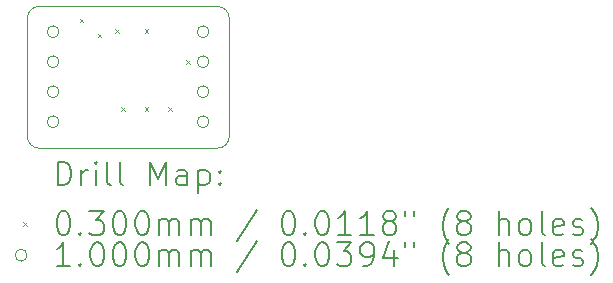
<source format=gbr>
%TF.GenerationSoftware,KiCad,Pcbnew,9.0.4*%
%TF.CreationDate,2025-12-22T00:48:52-05:00*%
%TF.ProjectId,AD5626BRMZ-kent,41443536-3236-4425-924d-5a2d6b656e74,rev?*%
%TF.SameCoordinates,Original*%
%TF.FileFunction,Drillmap*%
%TF.FilePolarity,Positive*%
%FSLAX45Y45*%
G04 Gerber Fmt 4.5, Leading zero omitted, Abs format (unit mm)*
G04 Created by KiCad (PCBNEW 9.0.4) date 2025-12-22 00:48:52*
%MOMM*%
%LPD*%
G01*
G04 APERTURE LIST*
%ADD10C,0.050000*%
%ADD11C,0.200000*%
%ADD12C,0.100000*%
G04 APERTURE END LIST*
D10*
X14700000Y-10030000D02*
G75*
G02*
X14600000Y-10130000I-100000J0D01*
G01*
X12990000Y-10030000D02*
X12990000Y-9030000D01*
X13090000Y-8930000D02*
X14600000Y-8930000D01*
X12990000Y-9030000D02*
G75*
G02*
X13090000Y-8930000I100000J0D01*
G01*
X14700000Y-9030000D02*
X14700000Y-10030000D01*
X14600000Y-8930000D02*
G75*
G02*
X14700000Y-9030000I0J-100000D01*
G01*
X13090000Y-10130000D02*
G75*
G02*
X12990000Y-10030000I0J100000D01*
G01*
X14600000Y-10130000D02*
X13090000Y-10130000D01*
D11*
D12*
X13435000Y-9035000D02*
X13465000Y-9065000D01*
X13465000Y-9035000D02*
X13435000Y-9065000D01*
X13585000Y-9160000D02*
X13615000Y-9190000D01*
X13615000Y-9160000D02*
X13585000Y-9190000D01*
X13735000Y-9125000D02*
X13765000Y-9155000D01*
X13765000Y-9125000D02*
X13735000Y-9155000D01*
X13785000Y-9785000D02*
X13815000Y-9815000D01*
X13815000Y-9785000D02*
X13785000Y-9815000D01*
X13985000Y-9125000D02*
X14015000Y-9155000D01*
X14015000Y-9125000D02*
X13985000Y-9155000D01*
X13985000Y-9785000D02*
X14015000Y-9815000D01*
X14015000Y-9785000D02*
X13985000Y-9815000D01*
X14185000Y-9785000D02*
X14215000Y-9815000D01*
X14215000Y-9785000D02*
X14185000Y-9815000D01*
X14335000Y-9385000D02*
X14365000Y-9415000D01*
X14365000Y-9385000D02*
X14335000Y-9415000D01*
X13258000Y-9144000D02*
G75*
G02*
X13158000Y-9144000I-50000J0D01*
G01*
X13158000Y-9144000D02*
G75*
G02*
X13258000Y-9144000I50000J0D01*
G01*
X13258000Y-9398000D02*
G75*
G02*
X13158000Y-9398000I-50000J0D01*
G01*
X13158000Y-9398000D02*
G75*
G02*
X13258000Y-9398000I50000J0D01*
G01*
X13258000Y-9652000D02*
G75*
G02*
X13158000Y-9652000I-50000J0D01*
G01*
X13158000Y-9652000D02*
G75*
G02*
X13258000Y-9652000I50000J0D01*
G01*
X13258000Y-9906000D02*
G75*
G02*
X13158000Y-9906000I-50000J0D01*
G01*
X13158000Y-9906000D02*
G75*
G02*
X13258000Y-9906000I50000J0D01*
G01*
X14528000Y-9144000D02*
G75*
G02*
X14428000Y-9144000I-50000J0D01*
G01*
X14428000Y-9144000D02*
G75*
G02*
X14528000Y-9144000I50000J0D01*
G01*
X14528000Y-9398000D02*
G75*
G02*
X14428000Y-9398000I-50000J0D01*
G01*
X14428000Y-9398000D02*
G75*
G02*
X14528000Y-9398000I50000J0D01*
G01*
X14528000Y-9652000D02*
G75*
G02*
X14428000Y-9652000I-50000J0D01*
G01*
X14428000Y-9652000D02*
G75*
G02*
X14528000Y-9652000I50000J0D01*
G01*
X14528000Y-9906000D02*
G75*
G02*
X14428000Y-9906000I-50000J0D01*
G01*
X14428000Y-9906000D02*
G75*
G02*
X14528000Y-9906000I50000J0D01*
G01*
D11*
X13248277Y-10443984D02*
X13248277Y-10243984D01*
X13248277Y-10243984D02*
X13295896Y-10243984D01*
X13295896Y-10243984D02*
X13324467Y-10253508D01*
X13324467Y-10253508D02*
X13343515Y-10272555D01*
X13343515Y-10272555D02*
X13353039Y-10291603D01*
X13353039Y-10291603D02*
X13362562Y-10329698D01*
X13362562Y-10329698D02*
X13362562Y-10358270D01*
X13362562Y-10358270D02*
X13353039Y-10396365D01*
X13353039Y-10396365D02*
X13343515Y-10415412D01*
X13343515Y-10415412D02*
X13324467Y-10434460D01*
X13324467Y-10434460D02*
X13295896Y-10443984D01*
X13295896Y-10443984D02*
X13248277Y-10443984D01*
X13448277Y-10443984D02*
X13448277Y-10310650D01*
X13448277Y-10348746D02*
X13457801Y-10329698D01*
X13457801Y-10329698D02*
X13467324Y-10320174D01*
X13467324Y-10320174D02*
X13486372Y-10310650D01*
X13486372Y-10310650D02*
X13505420Y-10310650D01*
X13572086Y-10443984D02*
X13572086Y-10310650D01*
X13572086Y-10243984D02*
X13562562Y-10253508D01*
X13562562Y-10253508D02*
X13572086Y-10263031D01*
X13572086Y-10263031D02*
X13581610Y-10253508D01*
X13581610Y-10253508D02*
X13572086Y-10243984D01*
X13572086Y-10243984D02*
X13572086Y-10263031D01*
X13695896Y-10443984D02*
X13676848Y-10434460D01*
X13676848Y-10434460D02*
X13667324Y-10415412D01*
X13667324Y-10415412D02*
X13667324Y-10243984D01*
X13800658Y-10443984D02*
X13781610Y-10434460D01*
X13781610Y-10434460D02*
X13772086Y-10415412D01*
X13772086Y-10415412D02*
X13772086Y-10243984D01*
X14029229Y-10443984D02*
X14029229Y-10243984D01*
X14029229Y-10243984D02*
X14095896Y-10386841D01*
X14095896Y-10386841D02*
X14162562Y-10243984D01*
X14162562Y-10243984D02*
X14162562Y-10443984D01*
X14343515Y-10443984D02*
X14343515Y-10339222D01*
X14343515Y-10339222D02*
X14333991Y-10320174D01*
X14333991Y-10320174D02*
X14314943Y-10310650D01*
X14314943Y-10310650D02*
X14276848Y-10310650D01*
X14276848Y-10310650D02*
X14257801Y-10320174D01*
X14343515Y-10434460D02*
X14324467Y-10443984D01*
X14324467Y-10443984D02*
X14276848Y-10443984D01*
X14276848Y-10443984D02*
X14257801Y-10434460D01*
X14257801Y-10434460D02*
X14248277Y-10415412D01*
X14248277Y-10415412D02*
X14248277Y-10396365D01*
X14248277Y-10396365D02*
X14257801Y-10377317D01*
X14257801Y-10377317D02*
X14276848Y-10367793D01*
X14276848Y-10367793D02*
X14324467Y-10367793D01*
X14324467Y-10367793D02*
X14343515Y-10358270D01*
X14438753Y-10310650D02*
X14438753Y-10510650D01*
X14438753Y-10320174D02*
X14457801Y-10310650D01*
X14457801Y-10310650D02*
X14495896Y-10310650D01*
X14495896Y-10310650D02*
X14514943Y-10320174D01*
X14514943Y-10320174D02*
X14524467Y-10329698D01*
X14524467Y-10329698D02*
X14533991Y-10348746D01*
X14533991Y-10348746D02*
X14533991Y-10405889D01*
X14533991Y-10405889D02*
X14524467Y-10424936D01*
X14524467Y-10424936D02*
X14514943Y-10434460D01*
X14514943Y-10434460D02*
X14495896Y-10443984D01*
X14495896Y-10443984D02*
X14457801Y-10443984D01*
X14457801Y-10443984D02*
X14438753Y-10434460D01*
X14619705Y-10424936D02*
X14629229Y-10434460D01*
X14629229Y-10434460D02*
X14619705Y-10443984D01*
X14619705Y-10443984D02*
X14610182Y-10434460D01*
X14610182Y-10434460D02*
X14619705Y-10424936D01*
X14619705Y-10424936D02*
X14619705Y-10443984D01*
X14619705Y-10320174D02*
X14629229Y-10329698D01*
X14629229Y-10329698D02*
X14619705Y-10339222D01*
X14619705Y-10339222D02*
X14610182Y-10329698D01*
X14610182Y-10329698D02*
X14619705Y-10320174D01*
X14619705Y-10320174D02*
X14619705Y-10339222D01*
D12*
X12957500Y-10757500D02*
X12987500Y-10787500D01*
X12987500Y-10757500D02*
X12957500Y-10787500D01*
D11*
X13286372Y-10663984D02*
X13305420Y-10663984D01*
X13305420Y-10663984D02*
X13324467Y-10673508D01*
X13324467Y-10673508D02*
X13333991Y-10683031D01*
X13333991Y-10683031D02*
X13343515Y-10702079D01*
X13343515Y-10702079D02*
X13353039Y-10740174D01*
X13353039Y-10740174D02*
X13353039Y-10787793D01*
X13353039Y-10787793D02*
X13343515Y-10825889D01*
X13343515Y-10825889D02*
X13333991Y-10844936D01*
X13333991Y-10844936D02*
X13324467Y-10854460D01*
X13324467Y-10854460D02*
X13305420Y-10863984D01*
X13305420Y-10863984D02*
X13286372Y-10863984D01*
X13286372Y-10863984D02*
X13267324Y-10854460D01*
X13267324Y-10854460D02*
X13257801Y-10844936D01*
X13257801Y-10844936D02*
X13248277Y-10825889D01*
X13248277Y-10825889D02*
X13238753Y-10787793D01*
X13238753Y-10787793D02*
X13238753Y-10740174D01*
X13238753Y-10740174D02*
X13248277Y-10702079D01*
X13248277Y-10702079D02*
X13257801Y-10683031D01*
X13257801Y-10683031D02*
X13267324Y-10673508D01*
X13267324Y-10673508D02*
X13286372Y-10663984D01*
X13438753Y-10844936D02*
X13448277Y-10854460D01*
X13448277Y-10854460D02*
X13438753Y-10863984D01*
X13438753Y-10863984D02*
X13429229Y-10854460D01*
X13429229Y-10854460D02*
X13438753Y-10844936D01*
X13438753Y-10844936D02*
X13438753Y-10863984D01*
X13514943Y-10663984D02*
X13638753Y-10663984D01*
X13638753Y-10663984D02*
X13572086Y-10740174D01*
X13572086Y-10740174D02*
X13600658Y-10740174D01*
X13600658Y-10740174D02*
X13619705Y-10749698D01*
X13619705Y-10749698D02*
X13629229Y-10759222D01*
X13629229Y-10759222D02*
X13638753Y-10778270D01*
X13638753Y-10778270D02*
X13638753Y-10825889D01*
X13638753Y-10825889D02*
X13629229Y-10844936D01*
X13629229Y-10844936D02*
X13619705Y-10854460D01*
X13619705Y-10854460D02*
X13600658Y-10863984D01*
X13600658Y-10863984D02*
X13543515Y-10863984D01*
X13543515Y-10863984D02*
X13524467Y-10854460D01*
X13524467Y-10854460D02*
X13514943Y-10844936D01*
X13762562Y-10663984D02*
X13781610Y-10663984D01*
X13781610Y-10663984D02*
X13800658Y-10673508D01*
X13800658Y-10673508D02*
X13810182Y-10683031D01*
X13810182Y-10683031D02*
X13819705Y-10702079D01*
X13819705Y-10702079D02*
X13829229Y-10740174D01*
X13829229Y-10740174D02*
X13829229Y-10787793D01*
X13829229Y-10787793D02*
X13819705Y-10825889D01*
X13819705Y-10825889D02*
X13810182Y-10844936D01*
X13810182Y-10844936D02*
X13800658Y-10854460D01*
X13800658Y-10854460D02*
X13781610Y-10863984D01*
X13781610Y-10863984D02*
X13762562Y-10863984D01*
X13762562Y-10863984D02*
X13743515Y-10854460D01*
X13743515Y-10854460D02*
X13733991Y-10844936D01*
X13733991Y-10844936D02*
X13724467Y-10825889D01*
X13724467Y-10825889D02*
X13714943Y-10787793D01*
X13714943Y-10787793D02*
X13714943Y-10740174D01*
X13714943Y-10740174D02*
X13724467Y-10702079D01*
X13724467Y-10702079D02*
X13733991Y-10683031D01*
X13733991Y-10683031D02*
X13743515Y-10673508D01*
X13743515Y-10673508D02*
X13762562Y-10663984D01*
X13953039Y-10663984D02*
X13972086Y-10663984D01*
X13972086Y-10663984D02*
X13991134Y-10673508D01*
X13991134Y-10673508D02*
X14000658Y-10683031D01*
X14000658Y-10683031D02*
X14010182Y-10702079D01*
X14010182Y-10702079D02*
X14019705Y-10740174D01*
X14019705Y-10740174D02*
X14019705Y-10787793D01*
X14019705Y-10787793D02*
X14010182Y-10825889D01*
X14010182Y-10825889D02*
X14000658Y-10844936D01*
X14000658Y-10844936D02*
X13991134Y-10854460D01*
X13991134Y-10854460D02*
X13972086Y-10863984D01*
X13972086Y-10863984D02*
X13953039Y-10863984D01*
X13953039Y-10863984D02*
X13933991Y-10854460D01*
X13933991Y-10854460D02*
X13924467Y-10844936D01*
X13924467Y-10844936D02*
X13914943Y-10825889D01*
X13914943Y-10825889D02*
X13905420Y-10787793D01*
X13905420Y-10787793D02*
X13905420Y-10740174D01*
X13905420Y-10740174D02*
X13914943Y-10702079D01*
X13914943Y-10702079D02*
X13924467Y-10683031D01*
X13924467Y-10683031D02*
X13933991Y-10673508D01*
X13933991Y-10673508D02*
X13953039Y-10663984D01*
X14105420Y-10863984D02*
X14105420Y-10730650D01*
X14105420Y-10749698D02*
X14114943Y-10740174D01*
X14114943Y-10740174D02*
X14133991Y-10730650D01*
X14133991Y-10730650D02*
X14162563Y-10730650D01*
X14162563Y-10730650D02*
X14181610Y-10740174D01*
X14181610Y-10740174D02*
X14191134Y-10759222D01*
X14191134Y-10759222D02*
X14191134Y-10863984D01*
X14191134Y-10759222D02*
X14200658Y-10740174D01*
X14200658Y-10740174D02*
X14219705Y-10730650D01*
X14219705Y-10730650D02*
X14248277Y-10730650D01*
X14248277Y-10730650D02*
X14267324Y-10740174D01*
X14267324Y-10740174D02*
X14276848Y-10759222D01*
X14276848Y-10759222D02*
X14276848Y-10863984D01*
X14372086Y-10863984D02*
X14372086Y-10730650D01*
X14372086Y-10749698D02*
X14381610Y-10740174D01*
X14381610Y-10740174D02*
X14400658Y-10730650D01*
X14400658Y-10730650D02*
X14429229Y-10730650D01*
X14429229Y-10730650D02*
X14448277Y-10740174D01*
X14448277Y-10740174D02*
X14457801Y-10759222D01*
X14457801Y-10759222D02*
X14457801Y-10863984D01*
X14457801Y-10759222D02*
X14467324Y-10740174D01*
X14467324Y-10740174D02*
X14486372Y-10730650D01*
X14486372Y-10730650D02*
X14514943Y-10730650D01*
X14514943Y-10730650D02*
X14533991Y-10740174D01*
X14533991Y-10740174D02*
X14543515Y-10759222D01*
X14543515Y-10759222D02*
X14543515Y-10863984D01*
X14933991Y-10654460D02*
X14762563Y-10911603D01*
X15191134Y-10663984D02*
X15210182Y-10663984D01*
X15210182Y-10663984D02*
X15229229Y-10673508D01*
X15229229Y-10673508D02*
X15238753Y-10683031D01*
X15238753Y-10683031D02*
X15248277Y-10702079D01*
X15248277Y-10702079D02*
X15257801Y-10740174D01*
X15257801Y-10740174D02*
X15257801Y-10787793D01*
X15257801Y-10787793D02*
X15248277Y-10825889D01*
X15248277Y-10825889D02*
X15238753Y-10844936D01*
X15238753Y-10844936D02*
X15229229Y-10854460D01*
X15229229Y-10854460D02*
X15210182Y-10863984D01*
X15210182Y-10863984D02*
X15191134Y-10863984D01*
X15191134Y-10863984D02*
X15172086Y-10854460D01*
X15172086Y-10854460D02*
X15162563Y-10844936D01*
X15162563Y-10844936D02*
X15153039Y-10825889D01*
X15153039Y-10825889D02*
X15143515Y-10787793D01*
X15143515Y-10787793D02*
X15143515Y-10740174D01*
X15143515Y-10740174D02*
X15153039Y-10702079D01*
X15153039Y-10702079D02*
X15162563Y-10683031D01*
X15162563Y-10683031D02*
X15172086Y-10673508D01*
X15172086Y-10673508D02*
X15191134Y-10663984D01*
X15343515Y-10844936D02*
X15353039Y-10854460D01*
X15353039Y-10854460D02*
X15343515Y-10863984D01*
X15343515Y-10863984D02*
X15333991Y-10854460D01*
X15333991Y-10854460D02*
X15343515Y-10844936D01*
X15343515Y-10844936D02*
X15343515Y-10863984D01*
X15476848Y-10663984D02*
X15495896Y-10663984D01*
X15495896Y-10663984D02*
X15514944Y-10673508D01*
X15514944Y-10673508D02*
X15524467Y-10683031D01*
X15524467Y-10683031D02*
X15533991Y-10702079D01*
X15533991Y-10702079D02*
X15543515Y-10740174D01*
X15543515Y-10740174D02*
X15543515Y-10787793D01*
X15543515Y-10787793D02*
X15533991Y-10825889D01*
X15533991Y-10825889D02*
X15524467Y-10844936D01*
X15524467Y-10844936D02*
X15514944Y-10854460D01*
X15514944Y-10854460D02*
X15495896Y-10863984D01*
X15495896Y-10863984D02*
X15476848Y-10863984D01*
X15476848Y-10863984D02*
X15457801Y-10854460D01*
X15457801Y-10854460D02*
X15448277Y-10844936D01*
X15448277Y-10844936D02*
X15438753Y-10825889D01*
X15438753Y-10825889D02*
X15429229Y-10787793D01*
X15429229Y-10787793D02*
X15429229Y-10740174D01*
X15429229Y-10740174D02*
X15438753Y-10702079D01*
X15438753Y-10702079D02*
X15448277Y-10683031D01*
X15448277Y-10683031D02*
X15457801Y-10673508D01*
X15457801Y-10673508D02*
X15476848Y-10663984D01*
X15733991Y-10863984D02*
X15619706Y-10863984D01*
X15676848Y-10863984D02*
X15676848Y-10663984D01*
X15676848Y-10663984D02*
X15657801Y-10692555D01*
X15657801Y-10692555D02*
X15638753Y-10711603D01*
X15638753Y-10711603D02*
X15619706Y-10721127D01*
X15924467Y-10863984D02*
X15810182Y-10863984D01*
X15867325Y-10863984D02*
X15867325Y-10663984D01*
X15867325Y-10663984D02*
X15848277Y-10692555D01*
X15848277Y-10692555D02*
X15829229Y-10711603D01*
X15829229Y-10711603D02*
X15810182Y-10721127D01*
X16038753Y-10749698D02*
X16019706Y-10740174D01*
X16019706Y-10740174D02*
X16010182Y-10730650D01*
X16010182Y-10730650D02*
X16000658Y-10711603D01*
X16000658Y-10711603D02*
X16000658Y-10702079D01*
X16000658Y-10702079D02*
X16010182Y-10683031D01*
X16010182Y-10683031D02*
X16019706Y-10673508D01*
X16019706Y-10673508D02*
X16038753Y-10663984D01*
X16038753Y-10663984D02*
X16076848Y-10663984D01*
X16076848Y-10663984D02*
X16095896Y-10673508D01*
X16095896Y-10673508D02*
X16105420Y-10683031D01*
X16105420Y-10683031D02*
X16114944Y-10702079D01*
X16114944Y-10702079D02*
X16114944Y-10711603D01*
X16114944Y-10711603D02*
X16105420Y-10730650D01*
X16105420Y-10730650D02*
X16095896Y-10740174D01*
X16095896Y-10740174D02*
X16076848Y-10749698D01*
X16076848Y-10749698D02*
X16038753Y-10749698D01*
X16038753Y-10749698D02*
X16019706Y-10759222D01*
X16019706Y-10759222D02*
X16010182Y-10768746D01*
X16010182Y-10768746D02*
X16000658Y-10787793D01*
X16000658Y-10787793D02*
X16000658Y-10825889D01*
X16000658Y-10825889D02*
X16010182Y-10844936D01*
X16010182Y-10844936D02*
X16019706Y-10854460D01*
X16019706Y-10854460D02*
X16038753Y-10863984D01*
X16038753Y-10863984D02*
X16076848Y-10863984D01*
X16076848Y-10863984D02*
X16095896Y-10854460D01*
X16095896Y-10854460D02*
X16105420Y-10844936D01*
X16105420Y-10844936D02*
X16114944Y-10825889D01*
X16114944Y-10825889D02*
X16114944Y-10787793D01*
X16114944Y-10787793D02*
X16105420Y-10768746D01*
X16105420Y-10768746D02*
X16095896Y-10759222D01*
X16095896Y-10759222D02*
X16076848Y-10749698D01*
X16191134Y-10663984D02*
X16191134Y-10702079D01*
X16267325Y-10663984D02*
X16267325Y-10702079D01*
X16562563Y-10940174D02*
X16553039Y-10930650D01*
X16553039Y-10930650D02*
X16533991Y-10902079D01*
X16533991Y-10902079D02*
X16524468Y-10883031D01*
X16524468Y-10883031D02*
X16514944Y-10854460D01*
X16514944Y-10854460D02*
X16505420Y-10806841D01*
X16505420Y-10806841D02*
X16505420Y-10768746D01*
X16505420Y-10768746D02*
X16514944Y-10721127D01*
X16514944Y-10721127D02*
X16524468Y-10692555D01*
X16524468Y-10692555D02*
X16533991Y-10673508D01*
X16533991Y-10673508D02*
X16553039Y-10644936D01*
X16553039Y-10644936D02*
X16562563Y-10635412D01*
X16667325Y-10749698D02*
X16648277Y-10740174D01*
X16648277Y-10740174D02*
X16638753Y-10730650D01*
X16638753Y-10730650D02*
X16629229Y-10711603D01*
X16629229Y-10711603D02*
X16629229Y-10702079D01*
X16629229Y-10702079D02*
X16638753Y-10683031D01*
X16638753Y-10683031D02*
X16648277Y-10673508D01*
X16648277Y-10673508D02*
X16667325Y-10663984D01*
X16667325Y-10663984D02*
X16705420Y-10663984D01*
X16705420Y-10663984D02*
X16724468Y-10673508D01*
X16724468Y-10673508D02*
X16733991Y-10683031D01*
X16733991Y-10683031D02*
X16743515Y-10702079D01*
X16743515Y-10702079D02*
X16743515Y-10711603D01*
X16743515Y-10711603D02*
X16733991Y-10730650D01*
X16733991Y-10730650D02*
X16724468Y-10740174D01*
X16724468Y-10740174D02*
X16705420Y-10749698D01*
X16705420Y-10749698D02*
X16667325Y-10749698D01*
X16667325Y-10749698D02*
X16648277Y-10759222D01*
X16648277Y-10759222D02*
X16638753Y-10768746D01*
X16638753Y-10768746D02*
X16629229Y-10787793D01*
X16629229Y-10787793D02*
X16629229Y-10825889D01*
X16629229Y-10825889D02*
X16638753Y-10844936D01*
X16638753Y-10844936D02*
X16648277Y-10854460D01*
X16648277Y-10854460D02*
X16667325Y-10863984D01*
X16667325Y-10863984D02*
X16705420Y-10863984D01*
X16705420Y-10863984D02*
X16724468Y-10854460D01*
X16724468Y-10854460D02*
X16733991Y-10844936D01*
X16733991Y-10844936D02*
X16743515Y-10825889D01*
X16743515Y-10825889D02*
X16743515Y-10787793D01*
X16743515Y-10787793D02*
X16733991Y-10768746D01*
X16733991Y-10768746D02*
X16724468Y-10759222D01*
X16724468Y-10759222D02*
X16705420Y-10749698D01*
X16981611Y-10863984D02*
X16981611Y-10663984D01*
X17067325Y-10863984D02*
X17067325Y-10759222D01*
X17067325Y-10759222D02*
X17057801Y-10740174D01*
X17057801Y-10740174D02*
X17038753Y-10730650D01*
X17038753Y-10730650D02*
X17010182Y-10730650D01*
X17010182Y-10730650D02*
X16991134Y-10740174D01*
X16991134Y-10740174D02*
X16981611Y-10749698D01*
X17191134Y-10863984D02*
X17172087Y-10854460D01*
X17172087Y-10854460D02*
X17162563Y-10844936D01*
X17162563Y-10844936D02*
X17153039Y-10825889D01*
X17153039Y-10825889D02*
X17153039Y-10768746D01*
X17153039Y-10768746D02*
X17162563Y-10749698D01*
X17162563Y-10749698D02*
X17172087Y-10740174D01*
X17172087Y-10740174D02*
X17191134Y-10730650D01*
X17191134Y-10730650D02*
X17219706Y-10730650D01*
X17219706Y-10730650D02*
X17238753Y-10740174D01*
X17238753Y-10740174D02*
X17248277Y-10749698D01*
X17248277Y-10749698D02*
X17257801Y-10768746D01*
X17257801Y-10768746D02*
X17257801Y-10825889D01*
X17257801Y-10825889D02*
X17248277Y-10844936D01*
X17248277Y-10844936D02*
X17238753Y-10854460D01*
X17238753Y-10854460D02*
X17219706Y-10863984D01*
X17219706Y-10863984D02*
X17191134Y-10863984D01*
X17372087Y-10863984D02*
X17353039Y-10854460D01*
X17353039Y-10854460D02*
X17343515Y-10835412D01*
X17343515Y-10835412D02*
X17343515Y-10663984D01*
X17524468Y-10854460D02*
X17505420Y-10863984D01*
X17505420Y-10863984D02*
X17467325Y-10863984D01*
X17467325Y-10863984D02*
X17448277Y-10854460D01*
X17448277Y-10854460D02*
X17438753Y-10835412D01*
X17438753Y-10835412D02*
X17438753Y-10759222D01*
X17438753Y-10759222D02*
X17448277Y-10740174D01*
X17448277Y-10740174D02*
X17467325Y-10730650D01*
X17467325Y-10730650D02*
X17505420Y-10730650D01*
X17505420Y-10730650D02*
X17524468Y-10740174D01*
X17524468Y-10740174D02*
X17533992Y-10759222D01*
X17533992Y-10759222D02*
X17533992Y-10778270D01*
X17533992Y-10778270D02*
X17438753Y-10797317D01*
X17610182Y-10854460D02*
X17629230Y-10863984D01*
X17629230Y-10863984D02*
X17667325Y-10863984D01*
X17667325Y-10863984D02*
X17686373Y-10854460D01*
X17686373Y-10854460D02*
X17695896Y-10835412D01*
X17695896Y-10835412D02*
X17695896Y-10825889D01*
X17695896Y-10825889D02*
X17686373Y-10806841D01*
X17686373Y-10806841D02*
X17667325Y-10797317D01*
X17667325Y-10797317D02*
X17638753Y-10797317D01*
X17638753Y-10797317D02*
X17619706Y-10787793D01*
X17619706Y-10787793D02*
X17610182Y-10768746D01*
X17610182Y-10768746D02*
X17610182Y-10759222D01*
X17610182Y-10759222D02*
X17619706Y-10740174D01*
X17619706Y-10740174D02*
X17638753Y-10730650D01*
X17638753Y-10730650D02*
X17667325Y-10730650D01*
X17667325Y-10730650D02*
X17686373Y-10740174D01*
X17762563Y-10940174D02*
X17772087Y-10930650D01*
X17772087Y-10930650D02*
X17791134Y-10902079D01*
X17791134Y-10902079D02*
X17800658Y-10883031D01*
X17800658Y-10883031D02*
X17810182Y-10854460D01*
X17810182Y-10854460D02*
X17819706Y-10806841D01*
X17819706Y-10806841D02*
X17819706Y-10768746D01*
X17819706Y-10768746D02*
X17810182Y-10721127D01*
X17810182Y-10721127D02*
X17800658Y-10692555D01*
X17800658Y-10692555D02*
X17791134Y-10673508D01*
X17791134Y-10673508D02*
X17772087Y-10644936D01*
X17772087Y-10644936D02*
X17762563Y-10635412D01*
D12*
X12987500Y-11036500D02*
G75*
G02*
X12887500Y-11036500I-50000J0D01*
G01*
X12887500Y-11036500D02*
G75*
G02*
X12987500Y-11036500I50000J0D01*
G01*
D11*
X13353039Y-11127984D02*
X13238753Y-11127984D01*
X13295896Y-11127984D02*
X13295896Y-10927984D01*
X13295896Y-10927984D02*
X13276848Y-10956555D01*
X13276848Y-10956555D02*
X13257801Y-10975603D01*
X13257801Y-10975603D02*
X13238753Y-10985127D01*
X13438753Y-11108936D02*
X13448277Y-11118460D01*
X13448277Y-11118460D02*
X13438753Y-11127984D01*
X13438753Y-11127984D02*
X13429229Y-11118460D01*
X13429229Y-11118460D02*
X13438753Y-11108936D01*
X13438753Y-11108936D02*
X13438753Y-11127984D01*
X13572086Y-10927984D02*
X13591134Y-10927984D01*
X13591134Y-10927984D02*
X13610182Y-10937508D01*
X13610182Y-10937508D02*
X13619705Y-10947031D01*
X13619705Y-10947031D02*
X13629229Y-10966079D01*
X13629229Y-10966079D02*
X13638753Y-11004174D01*
X13638753Y-11004174D02*
X13638753Y-11051793D01*
X13638753Y-11051793D02*
X13629229Y-11089889D01*
X13629229Y-11089889D02*
X13619705Y-11108936D01*
X13619705Y-11108936D02*
X13610182Y-11118460D01*
X13610182Y-11118460D02*
X13591134Y-11127984D01*
X13591134Y-11127984D02*
X13572086Y-11127984D01*
X13572086Y-11127984D02*
X13553039Y-11118460D01*
X13553039Y-11118460D02*
X13543515Y-11108936D01*
X13543515Y-11108936D02*
X13533991Y-11089889D01*
X13533991Y-11089889D02*
X13524467Y-11051793D01*
X13524467Y-11051793D02*
X13524467Y-11004174D01*
X13524467Y-11004174D02*
X13533991Y-10966079D01*
X13533991Y-10966079D02*
X13543515Y-10947031D01*
X13543515Y-10947031D02*
X13553039Y-10937508D01*
X13553039Y-10937508D02*
X13572086Y-10927984D01*
X13762562Y-10927984D02*
X13781610Y-10927984D01*
X13781610Y-10927984D02*
X13800658Y-10937508D01*
X13800658Y-10937508D02*
X13810182Y-10947031D01*
X13810182Y-10947031D02*
X13819705Y-10966079D01*
X13819705Y-10966079D02*
X13829229Y-11004174D01*
X13829229Y-11004174D02*
X13829229Y-11051793D01*
X13829229Y-11051793D02*
X13819705Y-11089889D01*
X13819705Y-11089889D02*
X13810182Y-11108936D01*
X13810182Y-11108936D02*
X13800658Y-11118460D01*
X13800658Y-11118460D02*
X13781610Y-11127984D01*
X13781610Y-11127984D02*
X13762562Y-11127984D01*
X13762562Y-11127984D02*
X13743515Y-11118460D01*
X13743515Y-11118460D02*
X13733991Y-11108936D01*
X13733991Y-11108936D02*
X13724467Y-11089889D01*
X13724467Y-11089889D02*
X13714943Y-11051793D01*
X13714943Y-11051793D02*
X13714943Y-11004174D01*
X13714943Y-11004174D02*
X13724467Y-10966079D01*
X13724467Y-10966079D02*
X13733991Y-10947031D01*
X13733991Y-10947031D02*
X13743515Y-10937508D01*
X13743515Y-10937508D02*
X13762562Y-10927984D01*
X13953039Y-10927984D02*
X13972086Y-10927984D01*
X13972086Y-10927984D02*
X13991134Y-10937508D01*
X13991134Y-10937508D02*
X14000658Y-10947031D01*
X14000658Y-10947031D02*
X14010182Y-10966079D01*
X14010182Y-10966079D02*
X14019705Y-11004174D01*
X14019705Y-11004174D02*
X14019705Y-11051793D01*
X14019705Y-11051793D02*
X14010182Y-11089889D01*
X14010182Y-11089889D02*
X14000658Y-11108936D01*
X14000658Y-11108936D02*
X13991134Y-11118460D01*
X13991134Y-11118460D02*
X13972086Y-11127984D01*
X13972086Y-11127984D02*
X13953039Y-11127984D01*
X13953039Y-11127984D02*
X13933991Y-11118460D01*
X13933991Y-11118460D02*
X13924467Y-11108936D01*
X13924467Y-11108936D02*
X13914943Y-11089889D01*
X13914943Y-11089889D02*
X13905420Y-11051793D01*
X13905420Y-11051793D02*
X13905420Y-11004174D01*
X13905420Y-11004174D02*
X13914943Y-10966079D01*
X13914943Y-10966079D02*
X13924467Y-10947031D01*
X13924467Y-10947031D02*
X13933991Y-10937508D01*
X13933991Y-10937508D02*
X13953039Y-10927984D01*
X14105420Y-11127984D02*
X14105420Y-10994650D01*
X14105420Y-11013698D02*
X14114943Y-11004174D01*
X14114943Y-11004174D02*
X14133991Y-10994650D01*
X14133991Y-10994650D02*
X14162563Y-10994650D01*
X14162563Y-10994650D02*
X14181610Y-11004174D01*
X14181610Y-11004174D02*
X14191134Y-11023222D01*
X14191134Y-11023222D02*
X14191134Y-11127984D01*
X14191134Y-11023222D02*
X14200658Y-11004174D01*
X14200658Y-11004174D02*
X14219705Y-10994650D01*
X14219705Y-10994650D02*
X14248277Y-10994650D01*
X14248277Y-10994650D02*
X14267324Y-11004174D01*
X14267324Y-11004174D02*
X14276848Y-11023222D01*
X14276848Y-11023222D02*
X14276848Y-11127984D01*
X14372086Y-11127984D02*
X14372086Y-10994650D01*
X14372086Y-11013698D02*
X14381610Y-11004174D01*
X14381610Y-11004174D02*
X14400658Y-10994650D01*
X14400658Y-10994650D02*
X14429229Y-10994650D01*
X14429229Y-10994650D02*
X14448277Y-11004174D01*
X14448277Y-11004174D02*
X14457801Y-11023222D01*
X14457801Y-11023222D02*
X14457801Y-11127984D01*
X14457801Y-11023222D02*
X14467324Y-11004174D01*
X14467324Y-11004174D02*
X14486372Y-10994650D01*
X14486372Y-10994650D02*
X14514943Y-10994650D01*
X14514943Y-10994650D02*
X14533991Y-11004174D01*
X14533991Y-11004174D02*
X14543515Y-11023222D01*
X14543515Y-11023222D02*
X14543515Y-11127984D01*
X14933991Y-10918460D02*
X14762563Y-11175603D01*
X15191134Y-10927984D02*
X15210182Y-10927984D01*
X15210182Y-10927984D02*
X15229229Y-10937508D01*
X15229229Y-10937508D02*
X15238753Y-10947031D01*
X15238753Y-10947031D02*
X15248277Y-10966079D01*
X15248277Y-10966079D02*
X15257801Y-11004174D01*
X15257801Y-11004174D02*
X15257801Y-11051793D01*
X15257801Y-11051793D02*
X15248277Y-11089889D01*
X15248277Y-11089889D02*
X15238753Y-11108936D01*
X15238753Y-11108936D02*
X15229229Y-11118460D01*
X15229229Y-11118460D02*
X15210182Y-11127984D01*
X15210182Y-11127984D02*
X15191134Y-11127984D01*
X15191134Y-11127984D02*
X15172086Y-11118460D01*
X15172086Y-11118460D02*
X15162563Y-11108936D01*
X15162563Y-11108936D02*
X15153039Y-11089889D01*
X15153039Y-11089889D02*
X15143515Y-11051793D01*
X15143515Y-11051793D02*
X15143515Y-11004174D01*
X15143515Y-11004174D02*
X15153039Y-10966079D01*
X15153039Y-10966079D02*
X15162563Y-10947031D01*
X15162563Y-10947031D02*
X15172086Y-10937508D01*
X15172086Y-10937508D02*
X15191134Y-10927984D01*
X15343515Y-11108936D02*
X15353039Y-11118460D01*
X15353039Y-11118460D02*
X15343515Y-11127984D01*
X15343515Y-11127984D02*
X15333991Y-11118460D01*
X15333991Y-11118460D02*
X15343515Y-11108936D01*
X15343515Y-11108936D02*
X15343515Y-11127984D01*
X15476848Y-10927984D02*
X15495896Y-10927984D01*
X15495896Y-10927984D02*
X15514944Y-10937508D01*
X15514944Y-10937508D02*
X15524467Y-10947031D01*
X15524467Y-10947031D02*
X15533991Y-10966079D01*
X15533991Y-10966079D02*
X15543515Y-11004174D01*
X15543515Y-11004174D02*
X15543515Y-11051793D01*
X15543515Y-11051793D02*
X15533991Y-11089889D01*
X15533991Y-11089889D02*
X15524467Y-11108936D01*
X15524467Y-11108936D02*
X15514944Y-11118460D01*
X15514944Y-11118460D02*
X15495896Y-11127984D01*
X15495896Y-11127984D02*
X15476848Y-11127984D01*
X15476848Y-11127984D02*
X15457801Y-11118460D01*
X15457801Y-11118460D02*
X15448277Y-11108936D01*
X15448277Y-11108936D02*
X15438753Y-11089889D01*
X15438753Y-11089889D02*
X15429229Y-11051793D01*
X15429229Y-11051793D02*
X15429229Y-11004174D01*
X15429229Y-11004174D02*
X15438753Y-10966079D01*
X15438753Y-10966079D02*
X15448277Y-10947031D01*
X15448277Y-10947031D02*
X15457801Y-10937508D01*
X15457801Y-10937508D02*
X15476848Y-10927984D01*
X15610182Y-10927984D02*
X15733991Y-10927984D01*
X15733991Y-10927984D02*
X15667325Y-11004174D01*
X15667325Y-11004174D02*
X15695896Y-11004174D01*
X15695896Y-11004174D02*
X15714944Y-11013698D01*
X15714944Y-11013698D02*
X15724467Y-11023222D01*
X15724467Y-11023222D02*
X15733991Y-11042270D01*
X15733991Y-11042270D02*
X15733991Y-11089889D01*
X15733991Y-11089889D02*
X15724467Y-11108936D01*
X15724467Y-11108936D02*
X15714944Y-11118460D01*
X15714944Y-11118460D02*
X15695896Y-11127984D01*
X15695896Y-11127984D02*
X15638753Y-11127984D01*
X15638753Y-11127984D02*
X15619706Y-11118460D01*
X15619706Y-11118460D02*
X15610182Y-11108936D01*
X15829229Y-11127984D02*
X15867325Y-11127984D01*
X15867325Y-11127984D02*
X15886372Y-11118460D01*
X15886372Y-11118460D02*
X15895896Y-11108936D01*
X15895896Y-11108936D02*
X15914944Y-11080365D01*
X15914944Y-11080365D02*
X15924467Y-11042270D01*
X15924467Y-11042270D02*
X15924467Y-10966079D01*
X15924467Y-10966079D02*
X15914944Y-10947031D01*
X15914944Y-10947031D02*
X15905420Y-10937508D01*
X15905420Y-10937508D02*
X15886372Y-10927984D01*
X15886372Y-10927984D02*
X15848277Y-10927984D01*
X15848277Y-10927984D02*
X15829229Y-10937508D01*
X15829229Y-10937508D02*
X15819706Y-10947031D01*
X15819706Y-10947031D02*
X15810182Y-10966079D01*
X15810182Y-10966079D02*
X15810182Y-11013698D01*
X15810182Y-11013698D02*
X15819706Y-11032746D01*
X15819706Y-11032746D02*
X15829229Y-11042270D01*
X15829229Y-11042270D02*
X15848277Y-11051793D01*
X15848277Y-11051793D02*
X15886372Y-11051793D01*
X15886372Y-11051793D02*
X15905420Y-11042270D01*
X15905420Y-11042270D02*
X15914944Y-11032746D01*
X15914944Y-11032746D02*
X15924467Y-11013698D01*
X16095896Y-10994650D02*
X16095896Y-11127984D01*
X16048277Y-10918460D02*
X16000658Y-11061317D01*
X16000658Y-11061317D02*
X16124467Y-11061317D01*
X16191134Y-10927984D02*
X16191134Y-10966079D01*
X16267325Y-10927984D02*
X16267325Y-10966079D01*
X16562563Y-11204174D02*
X16553039Y-11194650D01*
X16553039Y-11194650D02*
X16533991Y-11166079D01*
X16533991Y-11166079D02*
X16524468Y-11147031D01*
X16524468Y-11147031D02*
X16514944Y-11118460D01*
X16514944Y-11118460D02*
X16505420Y-11070841D01*
X16505420Y-11070841D02*
X16505420Y-11032746D01*
X16505420Y-11032746D02*
X16514944Y-10985127D01*
X16514944Y-10985127D02*
X16524468Y-10956555D01*
X16524468Y-10956555D02*
X16533991Y-10937508D01*
X16533991Y-10937508D02*
X16553039Y-10908936D01*
X16553039Y-10908936D02*
X16562563Y-10899412D01*
X16667325Y-11013698D02*
X16648277Y-11004174D01*
X16648277Y-11004174D02*
X16638753Y-10994650D01*
X16638753Y-10994650D02*
X16629229Y-10975603D01*
X16629229Y-10975603D02*
X16629229Y-10966079D01*
X16629229Y-10966079D02*
X16638753Y-10947031D01*
X16638753Y-10947031D02*
X16648277Y-10937508D01*
X16648277Y-10937508D02*
X16667325Y-10927984D01*
X16667325Y-10927984D02*
X16705420Y-10927984D01*
X16705420Y-10927984D02*
X16724468Y-10937508D01*
X16724468Y-10937508D02*
X16733991Y-10947031D01*
X16733991Y-10947031D02*
X16743515Y-10966079D01*
X16743515Y-10966079D02*
X16743515Y-10975603D01*
X16743515Y-10975603D02*
X16733991Y-10994650D01*
X16733991Y-10994650D02*
X16724468Y-11004174D01*
X16724468Y-11004174D02*
X16705420Y-11013698D01*
X16705420Y-11013698D02*
X16667325Y-11013698D01*
X16667325Y-11013698D02*
X16648277Y-11023222D01*
X16648277Y-11023222D02*
X16638753Y-11032746D01*
X16638753Y-11032746D02*
X16629229Y-11051793D01*
X16629229Y-11051793D02*
X16629229Y-11089889D01*
X16629229Y-11089889D02*
X16638753Y-11108936D01*
X16638753Y-11108936D02*
X16648277Y-11118460D01*
X16648277Y-11118460D02*
X16667325Y-11127984D01*
X16667325Y-11127984D02*
X16705420Y-11127984D01*
X16705420Y-11127984D02*
X16724468Y-11118460D01*
X16724468Y-11118460D02*
X16733991Y-11108936D01*
X16733991Y-11108936D02*
X16743515Y-11089889D01*
X16743515Y-11089889D02*
X16743515Y-11051793D01*
X16743515Y-11051793D02*
X16733991Y-11032746D01*
X16733991Y-11032746D02*
X16724468Y-11023222D01*
X16724468Y-11023222D02*
X16705420Y-11013698D01*
X16981611Y-11127984D02*
X16981611Y-10927984D01*
X17067325Y-11127984D02*
X17067325Y-11023222D01*
X17067325Y-11023222D02*
X17057801Y-11004174D01*
X17057801Y-11004174D02*
X17038753Y-10994650D01*
X17038753Y-10994650D02*
X17010182Y-10994650D01*
X17010182Y-10994650D02*
X16991134Y-11004174D01*
X16991134Y-11004174D02*
X16981611Y-11013698D01*
X17191134Y-11127984D02*
X17172087Y-11118460D01*
X17172087Y-11118460D02*
X17162563Y-11108936D01*
X17162563Y-11108936D02*
X17153039Y-11089889D01*
X17153039Y-11089889D02*
X17153039Y-11032746D01*
X17153039Y-11032746D02*
X17162563Y-11013698D01*
X17162563Y-11013698D02*
X17172087Y-11004174D01*
X17172087Y-11004174D02*
X17191134Y-10994650D01*
X17191134Y-10994650D02*
X17219706Y-10994650D01*
X17219706Y-10994650D02*
X17238753Y-11004174D01*
X17238753Y-11004174D02*
X17248277Y-11013698D01*
X17248277Y-11013698D02*
X17257801Y-11032746D01*
X17257801Y-11032746D02*
X17257801Y-11089889D01*
X17257801Y-11089889D02*
X17248277Y-11108936D01*
X17248277Y-11108936D02*
X17238753Y-11118460D01*
X17238753Y-11118460D02*
X17219706Y-11127984D01*
X17219706Y-11127984D02*
X17191134Y-11127984D01*
X17372087Y-11127984D02*
X17353039Y-11118460D01*
X17353039Y-11118460D02*
X17343515Y-11099412D01*
X17343515Y-11099412D02*
X17343515Y-10927984D01*
X17524468Y-11118460D02*
X17505420Y-11127984D01*
X17505420Y-11127984D02*
X17467325Y-11127984D01*
X17467325Y-11127984D02*
X17448277Y-11118460D01*
X17448277Y-11118460D02*
X17438753Y-11099412D01*
X17438753Y-11099412D02*
X17438753Y-11023222D01*
X17438753Y-11023222D02*
X17448277Y-11004174D01*
X17448277Y-11004174D02*
X17467325Y-10994650D01*
X17467325Y-10994650D02*
X17505420Y-10994650D01*
X17505420Y-10994650D02*
X17524468Y-11004174D01*
X17524468Y-11004174D02*
X17533992Y-11023222D01*
X17533992Y-11023222D02*
X17533992Y-11042270D01*
X17533992Y-11042270D02*
X17438753Y-11061317D01*
X17610182Y-11118460D02*
X17629230Y-11127984D01*
X17629230Y-11127984D02*
X17667325Y-11127984D01*
X17667325Y-11127984D02*
X17686373Y-11118460D01*
X17686373Y-11118460D02*
X17695896Y-11099412D01*
X17695896Y-11099412D02*
X17695896Y-11089889D01*
X17695896Y-11089889D02*
X17686373Y-11070841D01*
X17686373Y-11070841D02*
X17667325Y-11061317D01*
X17667325Y-11061317D02*
X17638753Y-11061317D01*
X17638753Y-11061317D02*
X17619706Y-11051793D01*
X17619706Y-11051793D02*
X17610182Y-11032746D01*
X17610182Y-11032746D02*
X17610182Y-11023222D01*
X17610182Y-11023222D02*
X17619706Y-11004174D01*
X17619706Y-11004174D02*
X17638753Y-10994650D01*
X17638753Y-10994650D02*
X17667325Y-10994650D01*
X17667325Y-10994650D02*
X17686373Y-11004174D01*
X17762563Y-11204174D02*
X17772087Y-11194650D01*
X17772087Y-11194650D02*
X17791134Y-11166079D01*
X17791134Y-11166079D02*
X17800658Y-11147031D01*
X17800658Y-11147031D02*
X17810182Y-11118460D01*
X17810182Y-11118460D02*
X17819706Y-11070841D01*
X17819706Y-11070841D02*
X17819706Y-11032746D01*
X17819706Y-11032746D02*
X17810182Y-10985127D01*
X17810182Y-10985127D02*
X17800658Y-10956555D01*
X17800658Y-10956555D02*
X17791134Y-10937508D01*
X17791134Y-10937508D02*
X17772087Y-10908936D01*
X17772087Y-10908936D02*
X17762563Y-10899412D01*
M02*

</source>
